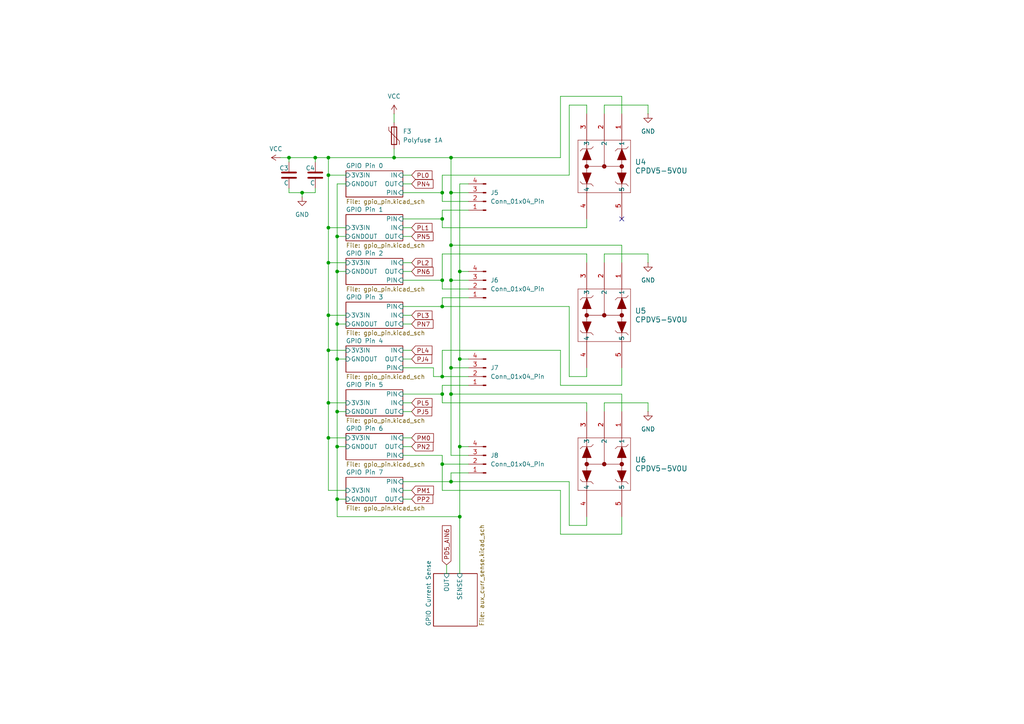
<source format=kicad_sch>
(kicad_sch (version 20250114) (generator "eeschema") (generator_version "9.0")
  (paper "A4")
  (lib_symbols
    (symbol "CPDV5:CPDV5-5V0U" (pin_names (offset 0.254))
      (property "Reference" "CR" (at 16.51 7.62 0))
      (property "Value" "CPDV5-5V0U" (at 20.32 5.08 0))
      (symbol "CPDV5-5V0U_0_1"
        (polyline (pts (xy 7.62 2.54) (xy 7.62 -12.7)) (stroke (width 0.127)))
        (polyline (pts (xy 7.62 0) (xy 22.86 0)) (stroke (width 0.127)))
        (polyline (pts (xy 7.62 -5.08) (xy 15.24 -5.08)) (stroke (width 0.127)))
        (polyline (pts (xy 7.62 -10.16) (xy 22.86 -10.16)) (stroke (width 0.127)))
        (polyline (pts (xy 7.62 -12.7) (xy 22.86 -12.7)) (stroke (width 0.127)))
        (polyline (pts (xy 10.16 1.27) (xy 9.525 1.905)) (stroke (width 0.127)))
        (polyline (pts (xy 10.16 1.27) (xy 10.16 -1.27)) (stroke (width 0.127)))
        (polyline (pts (xy 10.16 0) (xy 13.335 -1.27)) (stroke (width 0.127)))
        (polyline (pts (xy 10.16 0) (xy 13.335 1.27) (xy 13.335 -1.27)) (fill (type outline)))
        (polyline (pts (xy 10.16 -1.27) (xy 10.795 -1.905)) (stroke (width 0.127)))
        (polyline (pts (xy 10.16 -8.89) (xy 9.525 -8.255)) (stroke (width 0.127)))
        (polyline (pts (xy 10.16 -8.89) (xy 10.16 -11.43)) (stroke (width 0.127)))
        (polyline (pts (xy 10.16 -10.16) (xy 13.335 -11.43)) (stroke (width 0.127)))
        (polyline (pts (xy 10.16 -10.16) (xy 13.335 -8.89) (xy 13.335 -11.43)) (fill (type outline)))
        (polyline (pts (xy 10.16 -11.43) (xy 10.795 -12.065)) (stroke (width 0.127)))
        (polyline (pts (xy 13.335 1.27) (xy 10.16 0)) (stroke (width 0.127)))
        (polyline (pts (xy 13.335 1.27) (xy 13.335 -1.27)) (stroke (width 0.127)))
        (polyline (pts (xy 13.335 -8.89) (xy 10.16 -10.16)) (stroke (width 0.127)))
        (polyline (pts (xy 13.335 -8.89) (xy 13.335 -11.43)) (stroke (width 0.127)))
        (polyline (pts (xy 15.24 0) (xy 15.24 -10.16)) (stroke (width 0.127)))
        (circle (center 15.24 0) (radius 0.127) (stroke (width 0.508)))
        (circle (center 15.24 -5.08) (radius 0.127) (stroke (width 0.508)))
        (circle (center 15.24 -10.16) (radius 0.127) (stroke (width 0.508)))
        (polyline (pts (xy 17.145 1.27) (xy 17.145 -1.27)) (stroke (width 0.127)))
        (polyline (pts (xy 17.145 1.27) (xy 20.32 0)) (stroke (width 0.127)))
        (polyline (pts (xy 17.145 -8.89) (xy 17.145 -11.43)) (stroke (width 0.127)))
        (polyline (pts (xy 17.145 -8.89) (xy 20.32 -10.16)) (stroke (width 0.127)))
        (polyline (pts (xy 20.32 1.27) (xy 20.32 -1.27)) (stroke (width 0.127)))
        (polyline (pts (xy 20.32 1.27) (xy 20.955 1.905)) (stroke (width 0.127)))
        (polyline (pts (xy 20.32 0) (xy 17.145 -1.27)) (stroke (width 0.127)))
        (polyline (pts (xy 20.32 0) (xy 17.145 1.27) (xy 17.145 -1.27)) (fill (type outline)))
        (polyline (pts (xy 20.32 -1.27) (xy 19.685 -1.905)) (stroke (width 0.127)))
        (polyline (pts (xy 20.32 -8.89) (xy 20.32 -11.43)) (stroke (width 0.127)))
        (polyline (pts (xy 20.32 -8.89) (xy 20.955 -8.255)) (stroke (width 0.127)))
        (polyline (pts (xy 20.32 -10.16) (xy 17.145 -11.43)) (stroke (width 0.127)))
        (polyline (pts (xy 20.32 -10.16) (xy 17.145 -8.89) (xy 17.145 -11.43)) (fill (type outline)))
        (polyline (pts (xy 20.32 -11.43) (xy 19.685 -12.065)) (stroke (width 0.127)))
        (polyline (pts (xy 22.86 2.54) (xy 7.62 2.54)) (stroke (width 0.127)))
        (polyline (pts (xy 22.86 -12.7) (xy 22.86 2.54)) (stroke (width 0.127)))
        (pin unspecified line (at 0 0 0) (length 7.62) (name "1") (number "1"))
        (pin unspecified line (at 0 -5.08 0) (length 7.62) (name "2") (number "2"))
        (pin unspecified line (at 0 -10.16 0) (length 7.62) (name "3") (number "3"))
        (pin unspecified line (at 30.48 0 180) (length 7.62) (name "5") (number "5"))
        (pin unspecified line (at 30.48 -10.16 180) (length 7.62) (name "4") (number "4"))
      )
    )
    (symbol "Connector:Conn_01x04_Pin" (pin_names (offset 1.016) (hide yes))
      (property "Reference" "J" (at 0 5.08 0))
      (property "Value" "Conn_01x04_Pin" (at 0 -7.62 0))
      (symbol "Conn_01x04_Pin_1_1"
        (rectangle (start 0.8636 2.667) (end 0 2.413) (stroke (width 0.1524)) (fill (type outline)))
        (rectangle (start 0.8636 0.127) (end 0 -0.127) (stroke (width 0.1524)) (fill (type outline)))
        (rectangle (start 0.8636 -2.413) (end 0 -2.667) (stroke (width 0.1524)) (fill (type outline)))
        (rectangle (start 0.8636 -4.953) (end 0 -5.207) (stroke (width 0.1524)) (fill (type outline)))
        (polyline (pts (xy 1.27 2.54) (xy 0.8636 2.54)) (stroke (width 0.1524)))
        (polyline (pts (xy 1.27 0) (xy 0.8636 0)) (stroke (width 0.1524)))
        (polyline (pts (xy 1.27 -2.54) (xy 0.8636 -2.54)) (stroke (width 0.1524)))
        (polyline (pts (xy 1.27 -5.08) (xy 0.8636 -5.08)) (stroke (width 0.1524)))
        (pin passive line (at 5.08 2.54 180) (length 3.81) (name "Pin_1") (number "1"))
        (pin passive line (at 5.08 0 180) (length 3.81) (name "Pin_2") (number "2"))
        (pin passive line (at 5.08 -2.54 180) (length 3.81) (name "Pin_3") (number "3"))
        (pin passive line (at 5.08 -5.08 180) (length 3.81) (name "Pin_4") (number "4"))
      )
    )
    (symbol "Device:C" (pin_numbers (hide yes)) (pin_names (offset 0.254))
      (property "Reference" "C" (at 0.635 2.54 0))
      (property "Value" "C" (at 0.635 -2.54 0))
      (symbol "C_0_1"
        (polyline (pts (xy -2.032 0.762) (xy 2.032 0.762)) (stroke (width 0.508)))
        (polyline (pts (xy -2.032 -0.762) (xy 2.032 -0.762)) (stroke (width 0.508)))
      )
      (symbol "C_1_1"
        (pin passive line (at 0 3.81 270) (length 2.794) (name "~") (number "1"))
        (pin passive line (at 0 -3.81 90) (length 2.794) (name "~") (number "2"))
      )
    )
    (symbol "Device:Polyfuse" (pin_numbers (hide yes)) (pin_names (offset 0))
      (property "Reference" "F" (at -2.54 0 90))
      (property "Value" "Polyfuse" (at 2.54 0 90))
      (symbol "Polyfuse_0_1"
        (polyline (pts (xy -1.524 2.54) (xy -1.524 1.524) (xy 1.524 -1.524) (xy 1.524 -2.54)))
        (rectangle (start -0.762 2.54) (end 0.762 -2.54) (stroke (width 0.254)))
        (polyline (pts (xy 0 2.54) (xy 0 -2.54)))
      )
      (symbol "Polyfuse_1_1"
        (pin passive line (at 0 3.81 270) (length 1.27) (name "~") (number "1"))
        (pin passive line (at 0 -3.81 90) (length 1.27) (name "~") (number "2"))
      )
    )
    (symbol "power:GND" (power) (pin_numbers (hide yes)) (pin_names (offset 0) (hide yes))
      (property "Value" "GND" (at 0 -3.81 0))
      (symbol "GND_0_1"
        (polyline (pts (xy 0 0) (xy 0 -1.27) (xy 1.27 -1.27) (xy 0 -2.54) (xy -1.27 -1.27) (xy 0 -1.27)))
      )
      (symbol "GND_1_1"
        (pin power_in line (at 0 0 270) (length 0) (name "~") (number "1"))
      )
    )
    (symbol "power:VCC" (power) (pin_numbers (hide yes)) (pin_names (offset 0) (hide yes))
      (property "Value" "VCC" (at 0 3.556 0))
      (symbol "VCC_0_1"
        (polyline (pts (xy -0.762 1.27) (xy 0 2.54)))
        (polyline (pts (xy 0 2.54) (xy 0.762 1.27)))
        (polyline (pts (xy 0 0) (xy 0 2.54)))
      )
      (symbol "VCC_1_1"
        (pin power_in line (at 0 0 90) (length 0) (name "~") (number "1"))
      )
    )
  )
  (junction (at 130.81 106.68))
  (junction (at 95.25 66.04))
  (junction (at 128.27 88.9))
  (junction (at 128.27 55.88))
  (junction (at 133.35 78.74))
  (junction (at 95.25 50.8))
  (junction (at 95.25 91.44))
  (junction (at 97.79 93.98))
  (junction (at 128.27 109.22))
  (junction (at 130.81 139.7))
  (junction (at 91.44 45.72))
  (junction (at 114.3 45.72))
  (junction (at 130.81 71.12))
  (junction (at 130.81 81.28))
  (junction (at 95.25 45.72))
  (junction (at 87.63 55.88))
  (junction (at 97.79 129.54))
  (junction (at 130.81 55.88))
  (junction (at 97.79 78.74))
  (junction (at 95.25 116.84))
  (junction (at 97.79 119.38))
  (junction (at 83.82 45.72))
  (junction (at 128.27 134.62))
  (junction (at 128.27 81.28))
  (junction (at 97.79 104.14))
  (junction (at 97.79 68.58))
  (junction (at 95.25 76.2))
  (junction (at 130.81 45.72))
  (junction (at 130.81 114.3))
  (junction (at 97.79 144.78))
  (junction (at 95.25 127))
  (junction (at 133.35 104.14))
  (junction (at 133.35 129.54))
  (junction (at 95.25 101.6))
  (junction (at 133.35 149.86))
  (junction (at 128.27 114.3))
  (junction (at 128.27 63.5))
  (no_connect (at 180.34 63.5))
  (wire (pts (xy 87.63 57.15) (xy 87.63 55.88)))
  (wire (pts (xy 128.27 88.9) (xy 165.1 88.9)))
  (wire (pts (xy 128.27 142.24) (xy 162.56 142.24)))
  (wire (pts (xy 175.26 30.48) (xy 175.26 33.02)))
  (wire (pts (xy 116.84 116.84) (xy 119.38 116.84)))
  (wire (pts (xy 125.73 106.68) (xy 125.73 109.22)))
  (wire (pts (xy 116.84 66.04) (xy 119.38 66.04)))
  (wire (pts (xy 130.81 71.12) (xy 130.81 81.28)))
  (wire (pts (xy 97.79 68.58) (xy 97.79 78.74)))
  (wire (pts (xy 95.25 101.6) (xy 95.25 116.84)))
  (wire (pts (xy 119.38 68.58) (xy 116.84 68.58)))
  (wire (pts (xy 116.84 114.3) (xy 128.27 114.3)))
  (wire (pts (xy 116.84 119.38) (xy 119.38 119.38)))
  (wire (pts (xy 97.79 129.54) (xy 97.79 144.78)))
  (wire (pts (xy 95.25 127) (xy 100.33 127)))
  (wire (pts (xy 130.81 139.7) (xy 165.1 139.7)))
  (wire (pts (xy 128.27 86.36) (xy 128.27 88.9)))
  (wire (pts (xy 135.89 104.14) (xy 133.35 104.14)))
  (wire (pts (xy 128.27 109.22) (xy 135.89 109.22)))
  (wire (pts (xy 116.84 76.2) (xy 119.38 76.2)))
  (wire (pts (xy 114.3 43.18) (xy 114.3 45.72)))
  (wire (pts (xy 133.35 129.54) (xy 133.35 149.86)))
  (wire (pts (xy 128.27 109.22) (xy 128.27 101.6)))
  (wire (pts (xy 128.27 134.62) (xy 135.89 134.62)))
  (wire (pts (xy 165.1 139.7) (xy 165.1 152.4)))
  (wire (pts (xy 135.89 129.54) (xy 133.35 129.54)))
  (wire (pts (xy 116.84 88.9) (xy 128.27 88.9)))
  (wire (pts (xy 95.25 66.04) (xy 100.33 66.04)))
  (wire (pts (xy 91.44 45.72) (xy 95.25 45.72)))
  (wire (pts (xy 81.28 45.72) (xy 83.82 45.72)))
  (wire (pts (xy 100.33 53.34) (xy 97.79 53.34)))
  (wire (pts (xy 170.18 73.66) (xy 170.18 76.2)))
  (wire (pts (xy 83.82 45.72) (xy 91.44 45.72)))
  (wire (pts (xy 116.84 53.34) (xy 119.38 53.34)))
  (wire (pts (xy 97.79 53.34) (xy 97.79 68.58)))
  (wire (pts (xy 128.27 132.08) (xy 128.27 134.62)))
  (wire (pts (xy 100.33 68.58) (xy 97.79 68.58)))
  (wire (pts (xy 95.25 91.44) (xy 100.33 91.44)))
  (wire (pts (xy 130.81 81.28) (xy 130.81 106.68)))
  (wire (pts (xy 128.27 83.82) (xy 128.27 81.28)))
  (wire (pts (xy 135.89 78.74) (xy 133.35 78.74)))
  (wire (pts (xy 116.84 101.6) (xy 119.38 101.6)))
  (wire (pts (xy 116.84 129.54) (xy 119.38 129.54)))
  (wire (pts (xy 128.27 66.04) (xy 128.27 63.5)))
  (wire (pts (xy 119.38 50.8) (xy 116.84 50.8)))
  (wire (pts (xy 170.18 63.5) (xy 170.18 66.04)))
  (wire (pts (xy 165.1 109.22) (xy 165.1 88.9)))
  (wire (pts (xy 175.26 73.66) (xy 187.96 73.66)))
  (wire (pts (xy 97.79 104.14) (xy 97.79 119.38)))
  (wire (pts (xy 83.82 55.88) (xy 83.82 54.61)))
  (wire (pts (xy 175.26 116.84) (xy 187.96 116.84)))
  (wire (pts (xy 116.84 144.78) (xy 119.38 144.78)))
  (wire (pts (xy 100.33 104.14) (xy 97.79 104.14)))
  (wire (pts (xy 95.25 116.84) (xy 95.25 127)))
  (wire (pts (xy 187.96 30.48) (xy 187.96 33.02)))
  (wire (pts (xy 128.27 73.66) (xy 170.18 73.66)))
  (wire (pts (xy 130.81 114.3) (xy 130.81 132.08)))
  (wire (pts (xy 83.82 55.88) (xy 87.63 55.88)))
  (wire (pts (xy 133.35 149.86) (xy 133.35 166.37)))
  (wire (pts (xy 130.81 45.72) (xy 114.3 45.72)))
  (wire (pts (xy 170.18 106.68) (xy 170.18 109.22)))
  (wire (pts (xy 95.25 116.84) (xy 100.33 116.84)))
  (wire (pts (xy 97.79 149.86) (xy 97.79 144.78)))
  (wire (pts (xy 135.89 106.68) (xy 130.81 106.68)))
  (wire (pts (xy 97.79 93.98) (xy 97.79 104.14)))
  (wire (pts (xy 162.56 45.72) (xy 130.81 45.72)))
  (wire (pts (xy 128.27 101.6) (xy 162.56 101.6)))
  (wire (pts (xy 135.89 132.08) (xy 130.81 132.08)))
  (wire (pts (xy 162.56 142.24) (xy 162.56 154.94)))
  (wire (pts (xy 162.56 154.94) (xy 180.34 154.94)))
  (wire (pts (xy 135.89 53.34) (xy 133.35 53.34)))
  (wire (pts (xy 114.3 33.02) (xy 114.3 35.56)))
  (wire (pts (xy 180.34 27.94) (xy 162.56 27.94)))
  (wire (pts (xy 91.44 45.72) (xy 91.44 46.99)))
  (wire (pts (xy 187.96 73.66) (xy 187.96 76.2)))
  (wire (pts (xy 180.34 111.76) (xy 180.34 106.68)))
  (wire (pts (xy 133.35 78.74) (xy 133.35 104.14)))
  (wire (pts (xy 128.27 116.84) (xy 170.18 116.84)))
  (wire (pts (xy 116.84 78.74) (xy 119.38 78.74)))
  (wire (pts (xy 130.81 71.12) (xy 180.34 71.12)))
  (wire (pts (xy 128.27 83.82) (xy 135.89 83.82)))
  (wire (pts (xy 128.27 134.62) (xy 128.27 142.24)))
  (wire (pts (xy 130.81 137.16) (xy 130.81 139.7)))
  (wire (pts (xy 116.84 91.44) (xy 119.38 91.44)))
  (wire (pts (xy 175.26 30.48) (xy 187.96 30.48)))
  (wire (pts (xy 162.56 27.94) (xy 162.56 45.72)))
  (wire (pts (xy 180.34 119.38) (xy 180.34 114.3)))
  (wire (pts (xy 97.79 78.74) (xy 97.79 93.98)))
  (wire (pts (xy 95.25 66.04) (xy 95.25 76.2)))
  (wire (pts (xy 133.35 149.86) (xy 97.79 149.86)))
  (wire (pts (xy 83.82 46.99) (xy 83.82 45.72)))
  (wire (pts (xy 180.34 76.2) (xy 180.34 71.12)))
  (wire (pts (xy 128.27 63.5) (xy 128.27 60.96)))
  (wire (pts (xy 180.34 154.94) (xy 180.34 149.86)))
  (wire (pts (xy 116.84 93.98) (xy 119.38 93.98)))
  (wire (pts (xy 135.89 81.28) (xy 130.81 81.28)))
  (wire (pts (xy 135.89 55.88) (xy 130.81 55.88)))
  (wire (pts (xy 130.81 137.16) (xy 135.89 137.16)))
  (wire (pts (xy 100.33 129.54) (xy 97.79 129.54)))
  (wire (pts (xy 130.81 55.88) (xy 130.81 71.12)))
  (wire (pts (xy 175.26 73.66) (xy 175.26 76.2)))
  (wire (pts (xy 130.81 114.3) (xy 180.34 114.3)))
  (wire (pts (xy 130.81 106.68) (xy 130.81 114.3)))
  (wire (pts (xy 100.33 144.78) (xy 97.79 144.78)))
  (wire (pts (xy 165.1 152.4) (xy 170.18 152.4)))
  (wire (pts (xy 162.56 111.76) (xy 180.34 111.76)))
  (wire (pts (xy 165.1 109.22) (xy 170.18 109.22)))
  (wire (pts (xy 100.33 78.74) (xy 97.79 78.74)))
  (wire (pts (xy 165.1 50.8) (xy 128.27 50.8)))
  (wire (pts (xy 128.27 66.04) (xy 170.18 66.04)))
  (wire (pts (xy 175.26 116.84) (xy 175.26 119.38)))
  (wire (pts (xy 100.33 119.38) (xy 97.79 119.38)))
  (wire (pts (xy 170.18 30.48) (xy 165.1 30.48)))
  (wire (pts (xy 133.35 53.34) (xy 133.35 78.74)))
  (wire (pts (xy 116.84 139.7) (xy 130.81 139.7)))
  (wire (pts (xy 116.84 81.28) (xy 128.27 81.28)))
  (wire (pts (xy 129.54 163.83) (xy 129.54 166.37)))
  (wire (pts (xy 128.27 81.28) (xy 128.27 73.66)))
  (wire (pts (xy 91.44 54.61) (xy 91.44 55.88)))
  (wire (pts (xy 170.18 30.48) (xy 170.18 33.02)))
  (wire (pts (xy 116.84 55.88) (xy 128.27 55.88)))
  (wire (pts (xy 116.84 104.14) (xy 119.38 104.14)))
  (wire (pts (xy 133.35 104.14) (xy 133.35 129.54)))
  (wire (pts (xy 116.84 142.24) (xy 119.38 142.24)))
  (wire (pts (xy 95.25 76.2) (xy 95.25 91.44)))
  (wire (pts (xy 100.33 93.98) (xy 97.79 93.98)))
  (wire (pts (xy 95.25 50.8) (xy 100.33 50.8)))
  (wire (pts (xy 128.27 58.42) (xy 135.89 58.42)))
  (wire (pts (xy 170.18 152.4) (xy 170.18 149.86)))
  (wire (pts (xy 116.84 132.08) (xy 128.27 132.08)))
  (wire (pts (xy 170.18 119.38) (xy 170.18 116.84)))
  (wire (pts (xy 165.1 30.48) (xy 165.1 50.8)))
  (wire (pts (xy 95.25 50.8) (xy 95.25 66.04)))
  (wire (pts (xy 95.25 101.6) (xy 100.33 101.6)))
  (wire (pts (xy 97.79 119.38) (xy 97.79 129.54)))
  (wire (pts (xy 116.84 127) (xy 119.38 127)))
  (wire (pts (xy 135.89 60.96) (xy 128.27 60.96)))
  (wire (pts (xy 128.27 116.84) (xy 128.27 114.3)))
  (wire (pts (xy 162.56 101.6) (xy 162.56 111.76)))
  (wire (pts (xy 116.84 106.68) (xy 125.73 106.68)))
  (wire (pts (xy 95.25 142.24) (xy 100.33 142.24)))
  (wire (pts (xy 114.3 45.72) (xy 95.25 45.72)))
  (wire (pts (xy 95.25 127) (xy 95.25 142.24)))
  (wire (pts (xy 87.63 55.88) (xy 91.44 55.88)))
  (wire (pts (xy 125.73 109.22) (xy 128.27 109.22)))
  (wire (pts (xy 128.27 50.8) (xy 128.27 55.88)))
  (wire (pts (xy 95.25 76.2) (xy 100.33 76.2)))
  (wire (pts (xy 128.27 55.88) (xy 128.27 58.42)))
  (wire (pts (xy 95.25 45.72) (xy 95.25 50.8)))
  (wire (pts (xy 187.96 116.84) (xy 187.96 119.38)))
  (wire (pts (xy 130.81 55.88) (xy 130.81 45.72)))
  (wire (pts (xy 135.89 86.36) (xy 128.27 86.36)))
  (wire (pts (xy 116.84 63.5) (xy 128.27 63.5)))
  (wire (pts (xy 180.34 33.02) (xy 180.34 27.94)))
  (wire (pts (xy 128.27 114.3) (xy 128.27 111.76)))
  (wire (pts (xy 135.89 111.76) (xy 128.27 111.76)))
  (wire (pts (xy 95.25 91.44) (xy 95.25 101.6)))
  (global_label "PP2" (shape input) (at 119.38 144.78 0) (property "Intersheetrefs" "${INTERSHEET_REFS}" (effects (hide yes))))
  (global_label "PN6" (shape input) (at 119.38 78.74 0) (property "Intersheetrefs" "${INTERSHEET_REFS}" (effects (hide yes))))
  (global_label "PJ5" (shape input) (at 119.38 119.38 0) (property "Intersheetrefs" "${INTERSHEET_REFS}" (effects (hide yes))))
  (global_label "PN4" (shape input) (at 119.38 53.34 0) (property "Intersheetrefs" "${INTERSHEET_REFS}" (effects (hide yes))))
  (global_label "PJ4" (shape input) (at 119.38 104.14 0) (property "Intersheetrefs" "${INTERSHEET_REFS}" (effects (hide yes))))
  (global_label "PL2" (shape input) (at 119.38 76.2 0) (property "Intersheetrefs" "${INTERSHEET_REFS}" (effects (hide yes))))
  (global_label "PD5_AIN6" (shape input) (at 129.54 163.83 90) (property "Intersheetrefs" "${INTERSHEET_REFS}" (effects (hide yes))))
  (global_label "PM0" (shape input) (at 119.38 127 0) (property "Intersheetrefs" "${INTERSHEET_REFS}" (effects (hide yes))))
  (global_label "PL3" (shape input) (at 119.38 91.44 0) (property "Intersheetrefs" "${INTERSHEET_REFS}" (effects (hide yes))))
  (global_label "PL0" (shape input) (at 119.38 50.8 0) (property "Intersheetrefs" "${INTERSHEET_REFS}" (effects (hide yes))))
  (global_label "PN2" (shape input) (at 119.38 129.54 0) (property "Intersheetrefs" "${INTERSHEET_REFS}" (effects (hide yes))))
  (global_label "PL5" (shape input) (at 119.38 116.84 0) (property "Intersheetrefs" "${INTERSHEET_REFS}" (effects (hide yes))))
  (global_label "PL1" (shape input) (at 119.38 66.04 0) (property "Intersheetrefs" "${INTERSHEET_REFS}" (effects (hide yes))))
  (global_label "PM1" (shape input) (at 119.38 142.24 0) (property "Intersheetrefs" "${INTERSHEET_REFS}" (effects (hide yes))))
  (global_label "PN7" (shape input) (at 119.38 93.98 0) (property "Intersheetrefs" "${INTERSHEET_REFS}" (effects (hide yes))))
  (global_label "PN5" (shape input) (at 119.38 68.58 0) (property "Intersheetrefs" "${INTERSHEET_REFS}" (effects (hide yes))))
  (global_label "PL4" (shape input) (at 119.38 101.6 0) (property "Intersheetrefs" "${INTERSHEET_REFS}" (effects (hide yes))))
  (symbol (lib_id "Connector:Conn_01x04_Pin") (at 140.97 109.22 180) (unit 1)
    (property "Reference" "J7" (at 142.24 106.6799 0) (effects (justify right)))
    (property "Value" "Conn_01x04_Pin" (at 142.24 109.2199 0) (effects (justify right)))
    (property "Footprint" "Connector_JST:JST_PH_B4B-PH-K_1x04_P2.00mm_Vertical" (effects (hide yes)))
    (property "Description" "Generic connector, single row, 01x04, script generated" (effects (hide yes)))
  )
  (symbol (lib_id "Device:Polyfuse") (at 114.3 39.37 0) (unit 1)
    (property "Reference" "F3" (at 116.84 38.0999 0) (effects (justify left)))
    (property "Value" "Polyfuse 1A" (at 116.84 40.6399 0) (effects (justify left)))
    (property "Description" "Resettable fuse, polymeric positive temperature coefficient" (effects (hide yes)))
  )
  (symbol (lib_id "Connector:Conn_01x04_Pin") (at 140.97 83.82 180) (unit 1)
    (property "Reference" "J6" (at 142.24 81.2799 0) (effects (justify right)))
    (property "Value" "Conn_01x04_Pin" (at 142.24 83.8199 0) (effects (justify right)))
    (property "Footprint" "Connector_JST:JST_PH_B4B-PH-K_1x04_P2.00mm_Vertical" (effects (hide yes)))
    (property "Description" "Generic connector, single row, 01x04, script generated" (effects (hide yes)))
  )
  (symbol (lib_id "CPDV5:CPDV5-5V0U") (at 180.34 33.02 270) (unit 1)
    (property "Reference" "U4" (at 184.15 46.9899 90) (effects (font (size 1.524 1.524)) (justify left)))
    (property "Value" "CPDV5-5V0U" (at 184.15 49.5299 90) (effects (font (size 1.524 1.524)) (justify left)))
    (property "Footprint" "SOT353_CPDV5_CIP" (effects (hide yes)))
    (property "Datasheet" "CPDV5-5V0U" (effects (hide yes)))
  )
  (symbol (lib_id "power:GND") (at 187.96 76.2 0) (unit 1)
    (property "Reference" "#PWR02" (effects (hide yes)))
    (property "Value" "GND" (at 187.96 81.28 0))
    (property "Description" "Power symbol creates a global label with name \"GND\" , ground" (effects (hide yes)))
  )
  (symbol (lib_id "Device:C") (at 83.82 50.8 0) (unit 1)
    (property "Reference" "C3" (at 81.026 48.768 0) (effects (justify left)))
    (property "Value" "C" (at 82.296 53.086 0) (effects (justify left)))
    (property "Description" "Unpolarized capacitor" (effects (hide yes)))
  )
  (symbol (lib_id "CPDV5:CPDV5-5V0U") (at 180.34 76.2 270) (unit 1)
    (property "Reference" "U5" (at 184.15 90.1699 90) (effects (font (size 1.524 1.524)) (justify left)))
    (property "Value" "CPDV5-5V0U" (at 184.15 92.7099 90) (effects (font (size 1.524 1.524)) (justify left)))
    (property "Footprint" "SOT353_CPDV5_CIP" (effects (hide yes)))
    (property "Datasheet" "CPDV5-5V0U" (effects (hide yes)))
  )
  (symbol (lib_id "power:GND") (at 87.63 57.15 0) (unit 1)
    (property "Reference" "#PWR013" (effects (hide yes)))
    (property "Value" "GND" (at 87.63 62.23 0))
    (property "Description" "Power symbol creates a global label with name \"GND\" , ground" (effects (hide yes)))
  )
  (symbol (lib_id "power:VCC") (at 114.3 33.02 0) (unit 1)
    (property "Reference" "#PWR0258" (effects (hide yes)))
    (property "Value" "VCC" (at 114.3 27.94 0))
    (property "Description" "Power symbol creates a global label with name \"VCC\"" (effects (hide yes)))
  )
  (symbol (lib_id "Device:C") (at 91.44 50.8 0) (unit 1)
    (property "Reference" "C4" (at 88.646 48.768 0) (effects (justify left)))
    (property "Value" "C" (at 89.916 53.086 0) (effects (justify left)))
    (property "Description" "Unpolarized capacitor" (effects (hide yes)))
  )
  (symbol (lib_id "CPDV5:CPDV5-5V0U") (at 180.34 119.38 270) (unit 1)
    (property "Reference" "U6" (at 184.15 133.3499 90) (effects (font (size 1.524 1.524)) (justify left)))
    (property "Value" "CPDV5-5V0U" (at 184.15 135.8899 90) (effects (font (size 1.524 1.524)) (justify left)))
    (property "Footprint" "SOT353_CPDV5_CIP" (effects (hide yes)))
    (property "Datasheet" "CPDV5-5V0U" (effects (hide yes)))
  )
  (symbol (lib_id "power:GND") (at 187.96 33.02 0) (unit 1)
    (property "Reference" "#PWR011" (effects (hide yes)))
    (property "Value" "GND" (at 187.96 38.1 0))
    (property "Description" "Power symbol creates a global label with name \"GND\" , ground" (effects (hide yes)))
  )
  (symbol (lib_id "Connector:Conn_01x04_Pin") (at 140.97 134.62 180) (unit 1)
    (property "Reference" "J8" (at 142.24 132.0799 0) (effects (justify right)))
    (property "Value" "Conn_01x04_Pin" (at 142.24 134.6199 0) (effects (justify right)))
    (property "Footprint" "Connector_JST:JST_PH_B4B-PH-K_1x04_P2.00mm_Vertical" (effects (hide yes)))
    (property "Description" "Generic connector, single row, 01x04, script generated" (effects (hide yes)))
  )
  (symbol (lib_id "Connector:Conn_01x04_Pin") (at 140.97 58.42 180) (unit 1)
    (property "Reference" "J5" (at 142.24 55.8799 0) (effects (justify right)))
    (property "Value" "Conn_01x04_Pin" (at 142.24 58.42 0) (effects (justify right)))
    (property "Footprint" "Connector_JST:JST_PH_B4B-PH-K_1x04_P2.00mm_Vertical" (effects (hide yes)))
    (property "Description" "Generic connector, single row, 01x04, script generated" (effects (hide yes)))
  )
  (symbol (lib_id "power:VCC") (at 81.28 45.72 90) (unit 1)
    (property "Reference" "#PWR012" (effects (hide yes)))
    (property "Value" "VCC" (at 80.01 43.18 90))
    (property "Description" "Power symbol creates a global label with name \"VCC\"" (effects (hide yes)))
  )
  (symbol (lib_id "power:GND") (at 187.96 119.38 0) (unit 1)
    (property "Reference" "#PWR01" (effects (hide yes)))
    (property "Value" "GND" (at 187.96 124.46 0))
    (property "Description" "Power symbol creates a global label with name \"GND\" , ground" (effects (hide yes)))
  )
  (sheet (at 100.33 62.23) (size 16.51 7.62) (stroke (width 0.1524))
    (property "Sheetname" "GPIO Pin 1" (at 100.33 61.5184 0) (effects (justify left bottom)))
    (property "Sheetfile" "gpio_pin.kicad_sch" (at 100.33 70.4346 0) (effects (justify left top)))
    (pin "IN" input (at 116.84 66.04 0))
    (pin "OUT" input (at 116.84 68.58 0))
    (pin "PIN" input (at 116.84 63.5 0))
    (pin "3V3IN" input (at 100.33 66.04 180))
    (pin "GNDOUT" input (at 100.33 68.58 180))
  )
  (sheet (at 100.33 74.93) (size 16.51 7.62) (stroke (width 0.1524))
    (property "Sheetname" "GPIO Pin 2" (at 100.33 74.2184 0) (effects (justify left bottom)))
    (property "Sheetfile" "gpio_pin.kicad_sch" (at 100.33 83.1346 0) (effects (justify left top)))
    (pin "IN" input (at 116.84 76.2 0))
    (pin "OUT" input (at 116.84 78.74 0))
    (pin "PIN" input (at 116.84 81.28 0))
    (pin "3V3IN" input (at 100.33 76.2 180))
    (pin "GNDOUT" input (at 100.33 78.74 180))
  )
  (sheet (at 100.33 49.53) (size 16.51 7.62) (stroke (width 0.1524))
    (property "Sheetname" "GPIO Pin 0" (at 100.33 48.8184 0) (effects (justify left bottom)))
    (property "Sheetfile" "gpio_pin.kicad_sch" (at 100.33 57.7346 0) (effects (justify left top)))
    (pin "IN" input (at 116.84 50.8 0))
    (pin "OUT" input (at 116.84 53.34 0))
    (pin "3V3IN" input (at 100.33 50.8 180))
    (pin "GNDOUT" input (at 100.33 53.34 180))
    (pin "PIN" input (at 116.84 55.88 0))
  )
  (sheet (at 125.73 166.37) (size 12.7 15.24) (stroke (width 0.1524))
    (property "Sheetname" "GPIO Current Sense" (at 125.0184 181.61 90) (effects (justify left bottom)))
    (property "Sheetfile" "aux_curr_sense.kicad_sch" (at 139.0146 181.61 90) (effects (justify left top)))
    (pin "SENSE" input (at 133.35 166.37 90))
    (pin "OUT" input (at 129.54 166.37 90))
  )
  (sheet (at 100.33 87.63) (size 16.51 7.62) (stroke (width 0.1524))
    (property "Sheetname" "GPIO Pin 3" (at 100.33 86.9184 0) (effects (justify left bottom)))
    (property "Sheetfile" "gpio_pin.kicad_sch" (at 100.33 95.8346 0) (effects (justify left top)))
    (pin "IN" input (at 116.84 91.44 0))
    (pin "OUT" input (at 116.84 93.98 0))
    (pin "PIN" input (at 116.84 88.9 0))
    (pin "3V3IN" input (at 100.33 91.44 180))
    (pin "GNDOUT" input (at 100.33 93.98 180))
  )
  (sheet (at 100.33 100.33) (size 16.51 7.62) (stroke (width 0.1524))
    (property "Sheetname" "GPIO Pin 4" (at 100.33 99.6184 0) (effects (justify left bottom)))
    (property "Sheetfile" "gpio_pin.kicad_sch" (at 100.33 108.5346 0) (effects (justify left top)))
    (pin "IN" input (at 116.84 101.6 0))
    (pin "OUT" input (at 116.84 104.14 0))
    (pin "PIN" input (at 116.84 106.68 0))
    (pin "3V3IN" input (at 100.33 101.6 180))
    (pin "GNDOUT" input (at 100.33 104.14 180))
  )
  (sheet (at 100.33 113.03) (size 16.51 7.62) (stroke (width 0.1524))
    (property "Sheetname" "GPIO Pin 5" (at 100.33 112.3184 0) (effects (justify left bottom)))
    (property "Sheetfile" "gpio_pin.kicad_sch" (at 100.33 121.2346 0) (effects (justify left top)))
    (pin "IN" input (at 116.84 116.84 0))
    (pin "OUT" input (at 116.84 119.38 0))
    (pin "PIN" input (at 116.84 114.3 0))
    (pin "3V3IN" input (at 100.33 116.84 180))
    (pin "GNDOUT" input (at 100.33 119.38 180))
  )
  (sheet (at 100.33 138.43) (size 16.51 7.62) (stroke (width 0.1524))
    (property "Sheetname" "GPIO Pin 7" (at 100.33 137.7184 0) (effects (justify left bottom)))
    (property "Sheetfile" "gpio_pin.kicad_sch" (at 100.33 146.6346 0) (effects (justify left top)))
    (pin "IN" input (at 116.84 142.24 0))
    (pin "OUT" input (at 116.84 144.78 0))
    (pin "PIN" input (at 116.84 139.7 0))
    (pin "3V3IN" input (at 100.33 142.24 180))
    (pin "GNDOUT" input (at 100.33 144.78 180))
  )
  (sheet (at 100.33 125.73) (size 16.51 7.62) (stroke (width 0.1524))
    (property "Sheetname" "GPIO Pin 6" (at 100.33 125.0184 0) (effects (justify left bottom)))
    (property "Sheetfile" "gpio_pin.kicad_sch" (at 100.33 133.9346 0) (effects (justify left top)))
    (pin "IN" input (at 116.84 127 0))
    (pin "OUT" input (at 116.84 129.54 0))
    (pin "PIN" input (at 116.84 132.08 0))
    (pin "3V3IN" input (at 100.33 127 180))
    (pin "GNDOUT" input (at 100.33 129.54 180))
  )
)
</source>
